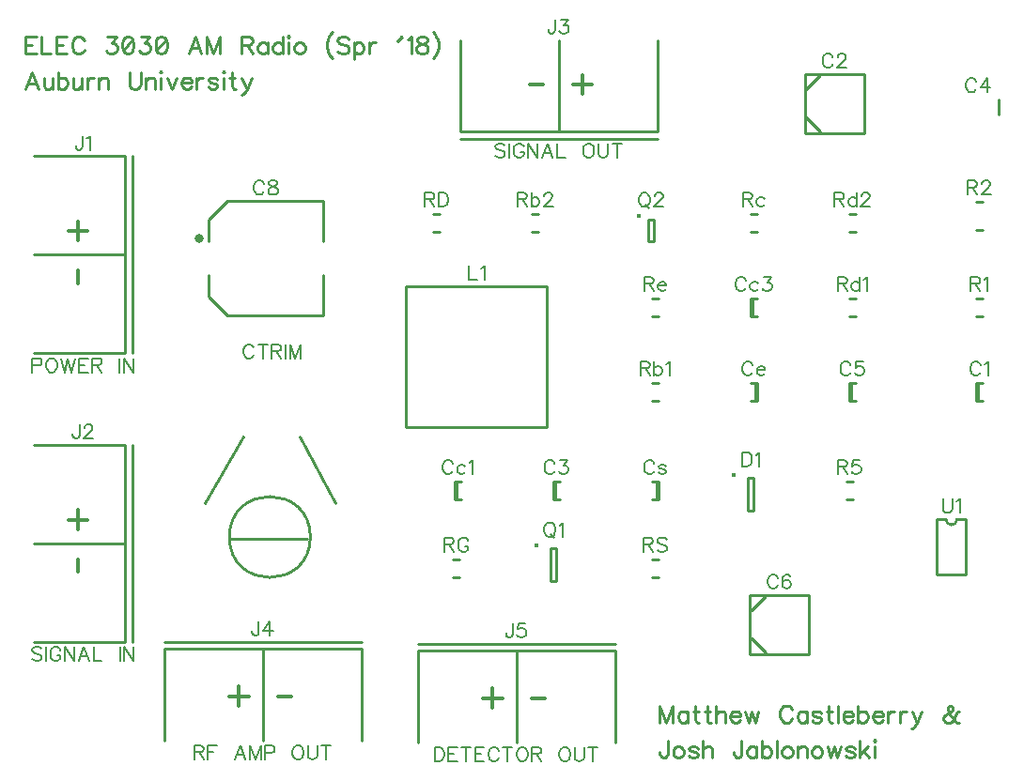
<source format=gbr>
G04 DipTrace 3.2.0.1*
G04 TopSilk.gbr*
%MOIN*%
G04 #@! TF.FileFunction,Legend,Top*
G04 #@! TF.Part,Single*
%ADD10C,0.009843*%
%ADD17C,0.031465*%
%ADD21C,0.015412*%
%ADD25C,0.015418*%
%ADD54C,0.00772*%
%ADD55C,0.009264*%
%ADD56C,0.012351*%
%FSLAX26Y26*%
G04*
G70*
G90*
G75*
G01*
G04 TopSilk*
%LPD*%
X3450787Y1368535D2*
D10*
Y1431465D1*
X3443339Y1368535D2*
Y1431465D1*
Y1368535D2*
X3466898D1*
X3443339Y1431465D2*
X3466898D1*
X3046071Y2320669D2*
X2837394D1*
Y2529331D1*
X3046071D1*
Y2320669D1*
X2891740Y2325009D2*
X2841720Y2375005D1*
X2891740Y2524991D2*
X2841720Y2474995D1*
X1950787Y1018535D2*
Y1081465D1*
X1943339Y1018535D2*
Y1081465D1*
Y1018535D2*
X1966898D1*
X1943339Y1081465D2*
X1966898D1*
X3522610Y2438071D2*
Y2386929D1*
X3000787Y1368535D2*
Y1431465D1*
X2993339Y1368535D2*
Y1431465D1*
Y1368535D2*
X3016898D1*
X2993339Y1431465D2*
X3016898D1*
X2850598Y470669D2*
X2641921D1*
Y679331D1*
X2850598D1*
Y470669D1*
X2696268Y475009D2*
X2646248Y525005D1*
X2696268Y674991D2*
X2646248Y624995D1*
X1126781Y2078150D2*
Y1934436D1*
Y2078150D2*
X786199D1*
X1126781Y1816351D2*
Y1672638D1*
X786199D1*
X721250Y2013187D2*
Y1934436D1*
Y1816351D2*
Y1737601D1*
Y2013187D2*
X786199Y2078150D1*
X721250Y1737601D2*
X786199Y1672638D1*
D17*
X687819Y1946257D3*
X1600787Y1018535D2*
D10*
Y1081465D1*
X1593339Y1018535D2*
Y1081465D1*
Y1018535D2*
X1616898D1*
X1593339Y1081465D2*
X1616898D1*
X2650787Y1668535D2*
Y1731465D1*
X2643339Y1668535D2*
Y1731465D1*
Y1668535D2*
X2666898D1*
X2643339Y1731465D2*
X2666898D1*
X2659449Y1431465D2*
Y1368535D1*
X2666898Y1431465D2*
Y1368535D1*
Y1431465D2*
X2643339D1*
X2666898Y1368535D2*
X2643339D1*
X2309449Y1081465D2*
Y1018535D1*
X2316898Y1081465D2*
Y1018535D1*
Y1081465D2*
X2293339D1*
X2316898Y1018535D2*
X2293339D1*
X794523Y885588D2*
G02X794523Y885588I143743J0D01*
G01*
Y879363D2*
X1069488D1*
X706958Y1004297D2*
X844524Y1241867D1*
X1044529D2*
X1169491Y1004297D1*
D21*
X2585289Y1105849D3*
X2635428Y1096648D2*
D10*
Y978543D1*
X2655123D1*
Y1096648D1*
X2635428D1*
X100000Y2237500D2*
X425010D1*
Y1537500D1*
X450000Y2237500D2*
Y1537500D1*
X425010D2*
X100000D1*
X425010Y1887500D2*
X100000D1*
Y1212500D2*
X425010D1*
Y512500D1*
X450000Y1212500D2*
Y512500D1*
X425010D2*
X100000D1*
X425010Y862500D2*
X100000D1*
X2312500Y2650000D2*
Y2324990D1*
X1612500D1*
X2312500Y2300000D2*
X1612500D1*
Y2324990D2*
Y2650000D1*
X1962500Y2324990D2*
Y2650000D1*
X562500Y162500D2*
Y487510D1*
X1262500D1*
X562500Y512500D2*
X1262500D1*
Y487510D2*
Y162500D1*
X912500Y487510D2*
Y162500D1*
X1462500Y156251D2*
Y481261D1*
X2162500D1*
X1462500Y506251D2*
X2162500D1*
Y481261D2*
Y156251D1*
X1812500Y481261D2*
Y156251D1*
X1421835Y1775000D2*
X1921866D1*
Y1275000D1*
X1421835D1*
Y1775000D1*
D21*
X1885289Y855849D3*
X1935428Y846648D2*
D10*
Y728543D1*
X1955123D1*
Y846648D1*
X1935428D1*
D25*
X2247102Y2026906D3*
X2281504Y2013782D2*
D10*
Y1935035D1*
X2301173D1*
Y2013782D1*
X2281504D1*
X3443339Y1668535D2*
X3466898D1*
X3443339Y1731465D2*
X3466898D1*
X3443339Y2074217D2*
X3466898D1*
X3443339Y1975783D2*
X3466898D1*
X3006661Y1081465D2*
X2983102D1*
X3006661Y1018535D2*
X2983102D1*
X2293339Y1368535D2*
X2316898D1*
X2293339Y1431465D2*
X2316898D1*
X1868339Y1968535D2*
X1891898D1*
X1868339Y2031465D2*
X1891898D1*
X2643339Y1968535D2*
X2666898D1*
X2643339Y2031465D2*
X2666898D1*
X1518339Y1968535D2*
X1541898D1*
X1518339Y2031465D2*
X1541898D1*
X2993339Y1668535D2*
X3016898D1*
X2993339Y1731465D2*
X3016898D1*
X2993339Y1968535D2*
X3016898D1*
X2993339Y2031465D2*
X3016898D1*
X2293339Y1668535D2*
X2316898D1*
X2293339Y1731465D2*
X2316898D1*
X1588220Y743535D2*
X1611780D1*
X1588220Y806465D2*
X1611780D1*
X2293339Y743535D2*
X2316898D1*
X2293339Y806465D2*
X2316898D1*
X3305111Y948427D2*
Y751573D1*
X3407487Y948427D2*
Y751573D1*
X3305111D2*
X3407487D1*
X3336605Y948427D2*
X3305111D1*
X3375994D2*
X3407487D1*
X3336605D2*
G03X3375994Y948427I19694J9D01*
G01*
X3459337Y1496718D2*
D54*
X3456960Y1501471D1*
X3452152Y1506280D1*
X3447398Y1508656D1*
X3437837D1*
X3433028Y1506280D1*
X3428275Y1501471D1*
X3425843Y1496718D1*
X3423467Y1489533D1*
Y1477539D1*
X3425843Y1470410D1*
X3428275Y1465601D1*
X3433028Y1460848D1*
X3437837Y1458416D1*
X3447398D1*
X3452152Y1460848D1*
X3456960Y1465601D1*
X3459337Y1470410D1*
X3474776Y1499039D2*
X3479584Y1501471D1*
X3486769Y1508601D1*
Y1458416D1*
X2935201Y2590616D2*
X2932824Y2595369D1*
X2928016Y2600177D1*
X2923263Y2602554D1*
X2913701D1*
X2908893Y2600177D1*
X2904139Y2595369D1*
X2901708Y2590616D1*
X2899331Y2583431D1*
Y2571437D1*
X2901708Y2564307D1*
X2904139Y2559499D1*
X2908893Y2554746D1*
X2913701Y2552314D1*
X2923263D1*
X2928016Y2554746D1*
X2932824Y2559499D1*
X2935201Y2564307D1*
X2953072Y2590560D2*
Y2592937D1*
X2955449Y2597745D1*
X2957825Y2600122D1*
X2962634Y2602499D1*
X2972195D1*
X2976948Y2600122D1*
X2979325Y2597745D1*
X2981757Y2592937D1*
Y2588184D1*
X2979325Y2583375D1*
X2974572Y2576245D1*
X2950640Y2552314D1*
X2984134D1*
X1948587Y1146718D2*
X1946210Y1151471D1*
X1941402Y1156280D1*
X1936649Y1158656D1*
X1927087D1*
X1922278Y1156280D1*
X1917525Y1151471D1*
X1915093Y1146718D1*
X1912717Y1139533D1*
Y1127539D1*
X1915093Y1120410D1*
X1917525Y1115601D1*
X1922278Y1110848D1*
X1927087Y1108416D1*
X1936649D1*
X1941402Y1110848D1*
X1946210Y1115601D1*
X1948587Y1120410D1*
X1968834Y1158601D2*
X1995088D1*
X1980773Y1139478D1*
X1987958D1*
X1992711Y1137101D1*
X1995088Y1134724D1*
X1997519Y1127539D1*
Y1122786D1*
X1995088Y1115601D1*
X1990334Y1110793D1*
X1983149Y1108416D1*
X1975964D1*
X1968834Y1110793D1*
X1966458Y1113225D1*
X1964026Y1117978D1*
X3444014Y2503312D2*
X3441637Y2508066D1*
X3436829Y2512874D1*
X3432076Y2515251D1*
X3422514D1*
X3417706Y2512874D1*
X3412952Y2508066D1*
X3410521Y2503312D1*
X3408144Y2496127D1*
Y2484134D1*
X3410521Y2477004D1*
X3412952Y2472196D1*
X3417706Y2467442D1*
X3422514Y2465011D1*
X3432076D1*
X3436829Y2467442D1*
X3441637Y2472196D1*
X3444014Y2477004D1*
X3483385Y2465011D2*
Y2515195D1*
X3459453Y2481757D1*
X3495323D1*
X2998587Y1496718D2*
X2996210Y1501471D1*
X2991402Y1506280D1*
X2986649Y1508656D1*
X2977087D1*
X2972278Y1506280D1*
X2967525Y1501471D1*
X2965093Y1496718D1*
X2962717Y1489533D1*
Y1477539D1*
X2965093Y1470410D1*
X2967525Y1465601D1*
X2972278Y1460848D1*
X2977087Y1458416D1*
X2986649D1*
X2991402Y1460848D1*
X2996210Y1465601D1*
X2998587Y1470410D1*
X3042711Y1508601D2*
X3018834D1*
X3016458Y1487101D1*
X3018834Y1489478D1*
X3026020Y1491909D1*
X3033149D1*
X3040334Y1489478D1*
X3045143Y1484724D1*
X3047519Y1477539D1*
Y1472786D1*
X3045143Y1465601D1*
X3040334Y1460793D1*
X3033149Y1458416D1*
X3026020D1*
X3018834Y1460793D1*
X3016458Y1463225D1*
X3014026Y1467978D1*
X2740944Y740616D2*
X2738568Y745369D1*
X2733759Y750177D1*
X2729006Y752554D1*
X2719445D1*
X2714636Y750177D1*
X2709883Y745369D1*
X2707451Y740616D1*
X2705075Y733431D1*
Y721437D1*
X2707451Y714307D1*
X2709883Y709499D1*
X2714636Y704746D1*
X2719445Y702314D1*
X2729006D1*
X2733759Y704746D1*
X2738568Y709499D1*
X2740944Y714307D1*
X2785069Y745369D2*
X2782692Y750122D1*
X2775507Y752499D1*
X2770754D1*
X2763569Y750122D1*
X2758760Y742937D1*
X2756384Y730999D1*
Y719060D1*
X2758760Y709499D1*
X2763569Y704690D1*
X2770754Y702314D1*
X2773130D1*
X2780260Y704690D1*
X2785069Y709499D1*
X2787445Y716684D1*
Y719060D1*
X2785069Y726245D1*
X2780260Y730999D1*
X2773130Y733375D1*
X2770754D1*
X2763569Y730999D1*
X2758760Y726245D1*
X2756384Y719060D1*
X917512Y2139434D2*
X915135Y2144188D1*
X910327Y2148996D1*
X905574Y2151373D1*
X896012D1*
X891204Y2148996D1*
X886451Y2144188D1*
X884019Y2139434D1*
X881642Y2132249D1*
Y2120256D1*
X884019Y2113126D1*
X886451Y2108318D1*
X891204Y2103565D1*
X896012Y2101133D1*
X905574D1*
X910327Y2103565D1*
X915135Y2108318D1*
X917512Y2113126D1*
X944890Y2151317D2*
X937760Y2148941D1*
X935328Y2144188D1*
Y2139379D1*
X937760Y2134626D1*
X942513Y2132194D1*
X952075Y2129818D1*
X959260Y2127441D1*
X964013Y2122633D1*
X966389Y2117879D1*
Y2110694D1*
X964013Y2105941D1*
X961636Y2103509D1*
X954451Y2101133D1*
X944890D1*
X937760Y2103509D1*
X935328Y2105941D1*
X932951Y2110694D1*
Y2117879D1*
X935328Y2122633D1*
X940136Y2127441D1*
X947266Y2129818D1*
X956828Y2132194D1*
X961636Y2134626D1*
X964013Y2139379D1*
Y2144188D1*
X961636Y2148941D1*
X954451Y2151317D1*
X944890D1*
X1587247Y1146718D2*
X1584870Y1151471D1*
X1580062Y1156280D1*
X1575309Y1158656D1*
X1565747D1*
X1560939Y1156280D1*
X1556186Y1151471D1*
X1553754Y1146718D1*
X1551377Y1139533D1*
Y1127539D1*
X1553754Y1120410D1*
X1556186Y1115601D1*
X1560939Y1110848D1*
X1565747Y1108416D1*
X1575309D1*
X1580062Y1110848D1*
X1584870Y1115601D1*
X1587247Y1120410D1*
X1631426Y1134724D2*
X1626618Y1139533D1*
X1621810Y1141909D1*
X1614680D1*
X1609871Y1139533D1*
X1605118Y1134724D1*
X1602686Y1127539D1*
Y1122786D1*
X1605118Y1115601D1*
X1609871Y1110848D1*
X1614680Y1108416D1*
X1621810D1*
X1626618Y1110848D1*
X1631426Y1115601D1*
X1646866Y1149039D2*
X1651674Y1151471D1*
X1658859Y1158601D1*
Y1108416D1*
X2626497Y1796718D2*
X2624120Y1801471D1*
X2619312Y1806280D1*
X2614559Y1808656D1*
X2604997D1*
X2600189Y1806280D1*
X2595436Y1801471D1*
X2593004Y1796718D1*
X2590627Y1789533D1*
Y1777539D1*
X2593004Y1770410D1*
X2595436Y1765601D1*
X2600189Y1760848D1*
X2604997Y1758416D1*
X2614559D1*
X2619312Y1760848D1*
X2624120Y1765601D1*
X2626497Y1770410D1*
X2670676Y1784724D2*
X2665868Y1789533D1*
X2661060Y1791909D1*
X2653930D1*
X2649121Y1789533D1*
X2644368Y1784724D1*
X2641936Y1777539D1*
Y1772786D1*
X2644368Y1765601D1*
X2649121Y1760848D1*
X2653930Y1758416D1*
X2661060D1*
X2665868Y1760848D1*
X2670676Y1765601D1*
X2690924Y1808601D2*
X2717177D1*
X2702862Y1789478D1*
X2710047D1*
X2714801Y1787101D1*
X2717177Y1784724D1*
X2719609Y1777539D1*
Y1772786D1*
X2717177Y1765601D1*
X2712424Y1760793D1*
X2705239Y1758416D1*
X2698054D1*
X2690924Y1760793D1*
X2688548Y1763225D1*
X2686116Y1767978D1*
X2650991Y1496718D2*
X2648614Y1501471D1*
X2643806Y1506280D1*
X2639053Y1508656D1*
X2629491D1*
X2624683Y1506280D1*
X2619930Y1501471D1*
X2617498Y1496718D1*
X2615121Y1489533D1*
Y1477539D1*
X2617498Y1470410D1*
X2619930Y1465601D1*
X2624683Y1460848D1*
X2629491Y1458416D1*
X2639053D1*
X2643806Y1460848D1*
X2648614Y1465601D1*
X2650991Y1470410D1*
X2666430Y1477539D2*
X2695115D1*
Y1482348D1*
X2692739Y1487156D1*
X2690362Y1489533D1*
X2685554Y1491909D1*
X2678368D1*
X2673615Y1489533D1*
X2668807Y1484724D1*
X2666430Y1477539D1*
Y1472786D1*
X2668807Y1465601D1*
X2673615Y1460848D1*
X2678368Y1458416D1*
X2685554D1*
X2690362Y1460848D1*
X2695115Y1465601D1*
X2302179Y1146718D2*
X2299803Y1151471D1*
X2294994Y1156280D1*
X2290241Y1158656D1*
X2280679D1*
X2275871Y1156280D1*
X2271118Y1151471D1*
X2268686Y1146718D1*
X2266309Y1139533D1*
Y1127539D1*
X2268686Y1120410D1*
X2271118Y1115601D1*
X2275871Y1110848D1*
X2280679Y1108416D1*
X2290241D1*
X2294994Y1110848D1*
X2299803Y1115601D1*
X2302179Y1120410D1*
X2343927Y1134724D2*
X2341550Y1139533D1*
X2334365Y1141909D1*
X2327180D1*
X2319995Y1139533D1*
X2317619Y1134724D1*
X2319995Y1129971D1*
X2324804Y1127539D1*
X2336742Y1125163D1*
X2341550Y1122786D1*
X2343927Y1117978D1*
Y1115601D1*
X2341550Y1110848D1*
X2334365Y1108416D1*
X2327180D1*
X2319995Y1110848D1*
X2317619Y1115601D1*
X880553Y1557546D2*
X878176Y1562299D1*
X873368Y1567107D1*
X868615Y1569484D1*
X859053D1*
X854244Y1567107D1*
X849491Y1562299D1*
X847059Y1557546D1*
X844683Y1550361D1*
Y1538367D1*
X847059Y1531237D1*
X849491Y1526429D1*
X854244Y1521676D1*
X859053Y1519244D1*
X868615D1*
X873368Y1521676D1*
X878176Y1526429D1*
X880553Y1531237D1*
X912739Y1569484D2*
Y1519244D1*
X895992Y1569484D2*
X929485D1*
X944925Y1545552D2*
X966424D1*
X973609Y1547984D1*
X976041Y1550361D1*
X978418Y1555114D1*
Y1559922D1*
X976041Y1564675D1*
X973609Y1567107D1*
X966424Y1569484D1*
X944925D1*
Y1519244D1*
X961671Y1545552D2*
X978418Y1519244D1*
X993857Y1569484D2*
Y1519244D1*
X1047543D2*
Y1569484D1*
X1028420Y1519244D1*
X1009296Y1569484D1*
Y1519244D1*
X2614813Y1186774D2*
Y1136534D1*
X2631559D1*
X2638744Y1138966D1*
X2643553Y1143719D1*
X2645929Y1148528D1*
X2648306Y1155658D1*
Y1167651D1*
X2645929Y1174836D1*
X2643553Y1179589D1*
X2638744Y1184398D1*
X2631559Y1186774D1*
X2614813D1*
X2663745Y1177157D2*
X2668554Y1179589D1*
X2675739Y1186719D1*
Y1136534D1*
X273249Y2310723D2*
Y2272477D1*
X270873Y2265292D1*
X268441Y2262915D1*
X263688Y2260483D1*
X258879D1*
X254126Y2262915D1*
X251750Y2265292D1*
X249318Y2272477D1*
Y2277230D1*
X288689Y2301106D2*
X293497Y2303538D1*
X300682Y2310668D1*
Y2260483D1*
X95556Y1494233D2*
X117111D1*
X124241Y1496610D1*
X126673Y1499041D1*
X129049Y1503795D1*
Y1510980D1*
X126673Y1515733D1*
X124241Y1518165D1*
X117111Y1520541D1*
X95556D1*
Y1470301D1*
X158859Y1520541D2*
X154050Y1518165D1*
X149297Y1513356D1*
X146865Y1508603D1*
X144489Y1501418D1*
Y1489425D1*
X146865Y1482295D1*
X149297Y1477486D1*
X154050Y1472733D1*
X158859Y1470301D1*
X168420D1*
X173174Y1472733D1*
X177982Y1477486D1*
X180359Y1482295D1*
X182735Y1489425D1*
Y1501418D1*
X180359Y1508603D1*
X177982Y1513356D1*
X173174Y1518165D1*
X168420Y1520541D1*
X158859D1*
X198174D2*
X210168Y1470301D1*
X222106Y1520541D1*
X234044Y1470301D1*
X246038Y1520541D1*
X292539D2*
X261477D1*
Y1470301D1*
X292539D1*
X261477Y1496610D2*
X280600D1*
X307978D2*
X329478D1*
X336663Y1499041D1*
X339095Y1501418D1*
X341471Y1506171D1*
Y1510980D1*
X339095Y1515733D1*
X336663Y1518165D1*
X329478Y1520541D1*
X307978D1*
Y1470301D1*
X324724Y1496610D2*
X341471Y1470301D1*
X405511Y1520541D2*
Y1470301D1*
X454444Y1520541D2*
Y1470301D1*
X420951Y1520541D1*
Y1470301D1*
X262500Y1285723D2*
Y1247477D1*
X260123Y1240292D1*
X257691Y1237915D1*
X252938Y1235483D1*
X248129D1*
X243376Y1237915D1*
X241000Y1240292D1*
X238568Y1247477D1*
Y1252230D1*
X280371Y1273730D2*
Y1276106D1*
X282747Y1280915D1*
X285124Y1283291D1*
X289932Y1285668D1*
X299494D1*
X304247Y1283291D1*
X306624Y1280915D1*
X309056Y1276106D1*
Y1271353D1*
X306624Y1266545D1*
X301871Y1259415D1*
X277939Y1235483D1*
X311432D1*
X128487Y488356D2*
X123734Y493165D1*
X116549Y495541D1*
X106987D1*
X99802Y493165D1*
X94994Y488356D1*
Y483603D1*
X97426Y478795D1*
X99802Y476418D1*
X104555Y474041D1*
X118926Y469233D1*
X123734Y466856D1*
X126111Y464425D1*
X128487Y459671D1*
Y452486D1*
X123734Y447733D1*
X116549Y445301D1*
X106987D1*
X99802Y447733D1*
X94994Y452486D1*
X143926Y495541D2*
Y445301D1*
X195236Y483603D2*
X192859Y488356D1*
X188051Y493165D1*
X183297Y495541D1*
X173736D1*
X168927Y493165D1*
X164174Y488356D1*
X161742Y483603D1*
X159366Y476418D1*
Y464425D1*
X161742Y457295D1*
X164174Y452486D1*
X168927Y447733D1*
X173736Y445301D1*
X183297D1*
X188051Y447733D1*
X192859Y452486D1*
X195236Y457295D1*
Y464425D1*
X183297D1*
X244168Y495541D2*
Y445301D1*
X210675Y495541D1*
Y445301D1*
X297909D2*
X278731Y495541D1*
X259607Y445301D1*
X266792Y462048D2*
X290724D1*
X313348Y495541D2*
Y445301D1*
X342033D1*
X406074Y495541D2*
Y445301D1*
X455006Y495541D2*
Y445301D1*
X421513Y495541D1*
Y445301D1*
X1950000Y2723223D2*
Y2684977D1*
X1947623Y2677792D1*
X1945191Y2675415D1*
X1940438Y2672983D1*
X1935629D1*
X1930876Y2675415D1*
X1928500Y2677792D1*
X1926068Y2684977D1*
Y2689730D1*
X1970247Y2723168D2*
X1996500D1*
X1982185Y2704045D1*
X1989371D1*
X1994124Y2701668D1*
X1996500Y2699291D1*
X1998932Y2692106D1*
Y2687353D1*
X1996500Y2680168D1*
X1991747Y2675360D1*
X1984562Y2672983D1*
X1977377D1*
X1970247Y2675360D1*
X1967871Y2677792D1*
X1965439Y2682545D1*
X1772398Y2275856D2*
X1767644Y2280665D1*
X1760459Y2283041D1*
X1750898D1*
X1743713Y2280665D1*
X1738904Y2275856D1*
Y2271103D1*
X1741336Y2266295D1*
X1743713Y2263918D1*
X1748466Y2261541D1*
X1762836Y2256733D1*
X1767644Y2254356D1*
X1770021Y2251925D1*
X1772398Y2247171D1*
Y2239986D1*
X1767644Y2235233D1*
X1760459Y2232801D1*
X1750898D1*
X1743713Y2235233D1*
X1738904Y2239986D1*
X1787837Y2283041D2*
Y2232801D1*
X1839146Y2271103D2*
X1836769Y2275856D1*
X1831961Y2280665D1*
X1827208Y2283041D1*
X1817646D1*
X1812838Y2280665D1*
X1808085Y2275856D1*
X1805653Y2271103D1*
X1803276Y2263918D1*
Y2251925D1*
X1805653Y2244795D1*
X1808085Y2239986D1*
X1812838Y2235233D1*
X1817646Y2232801D1*
X1827208D1*
X1831961Y2235233D1*
X1836769Y2239986D1*
X1839146Y2244795D1*
Y2251925D1*
X1827208D1*
X1888079Y2283041D2*
Y2232801D1*
X1854585Y2283041D1*
Y2232801D1*
X1941820D2*
X1922641Y2283041D1*
X1903518Y2232801D1*
X1910703Y2249548D2*
X1934635D1*
X1957259Y2283041D2*
Y2232801D1*
X1985944D1*
X2064354Y2283041D2*
X2059546Y2280665D1*
X2054792Y2275856D1*
X2052361Y2271103D1*
X2049984Y2263918D1*
Y2251925D1*
X2052361Y2244795D1*
X2054792Y2239986D1*
X2059546Y2235233D1*
X2064354Y2232801D1*
X2073916D1*
X2078669Y2235233D1*
X2083477Y2239986D1*
X2085854Y2244795D1*
X2088231Y2251925D1*
Y2263918D1*
X2085854Y2271103D1*
X2083477Y2275856D1*
X2078669Y2280665D1*
X2073916Y2283041D1*
X2064354D1*
X2103670D2*
Y2247171D1*
X2106046Y2239986D1*
X2110855Y2235233D1*
X2118040Y2232801D1*
X2122793D1*
X2129978Y2235233D1*
X2134787Y2239986D1*
X2137163Y2247171D1*
Y2283041D1*
X2169349D2*
Y2232801D1*
X2152602Y2283041D2*
X2186096D1*
X898811Y585723D2*
Y547477D1*
X896435Y540292D1*
X894003Y537915D1*
X889250Y535483D1*
X884441D1*
X879688Y537915D1*
X877311Y540292D1*
X874880Y547477D1*
Y552230D1*
X938182Y535483D2*
Y585668D1*
X914251Y552230D1*
X950120D1*
X669919Y121610D2*
X691419D1*
X698604Y124041D1*
X701036Y126418D1*
X703413Y131171D1*
Y135980D1*
X701036Y140733D1*
X698604Y143165D1*
X691419Y145541D1*
X669919D1*
Y95301D1*
X686666Y121610D2*
X703413Y95301D1*
X749969Y145541D2*
X718852D1*
Y95301D1*
Y121610D2*
X737975D1*
X852311Y95301D2*
X833132Y145541D1*
X814009Y95301D1*
X821194Y112048D2*
X845126D1*
X905996Y95301D2*
Y145541D1*
X886873Y95301D1*
X867750Y145541D1*
Y95301D1*
X921436Y119233D2*
X942991D1*
X950120Y121610D1*
X952552Y124041D1*
X954929Y128795D1*
Y135980D1*
X952552Y140733D1*
X950120Y143165D1*
X942991Y145541D1*
X921436D1*
Y95301D1*
X1033339Y145541D2*
X1028531Y143165D1*
X1023778Y138356D1*
X1021346Y133603D1*
X1018969Y126418D1*
Y114425D1*
X1021346Y107295D1*
X1023778Y102486D1*
X1028531Y97733D1*
X1033339Y95301D1*
X1042901D1*
X1047654Y97733D1*
X1052462Y102486D1*
X1054839Y107295D1*
X1057216Y114425D1*
Y126418D1*
X1054839Y133603D1*
X1052462Y138356D1*
X1047654Y143165D1*
X1042901Y145541D1*
X1033339D1*
X1072655D2*
Y109671D1*
X1075031Y102486D1*
X1079840Y97733D1*
X1087025Y95301D1*
X1091778D1*
X1098963Y97733D1*
X1103772Y102486D1*
X1106148Y109671D1*
Y145541D1*
X1138334D2*
Y95301D1*
X1121587Y145541D2*
X1155081D1*
X1800000Y579474D2*
Y541227D1*
X1797623Y534042D1*
X1795191Y531666D1*
X1790438Y529234D1*
X1785629D1*
X1780876Y531666D1*
X1778500Y534042D1*
X1776068Y541227D1*
Y545980D1*
X1844124Y579418D2*
X1820247D1*
X1817871Y557919D1*
X1820247Y560295D1*
X1827432Y562727D1*
X1834562D1*
X1841747Y560295D1*
X1846556Y555542D1*
X1848932Y548357D1*
Y543604D1*
X1846556Y536419D1*
X1841747Y531610D1*
X1834562Y529234D1*
X1827432D1*
X1820247Y531610D1*
X1817871Y534042D1*
X1815439Y538795D1*
X1523280Y139292D2*
Y89052D1*
X1540027D1*
X1547212Y91484D1*
X1552020Y96237D1*
X1554397Y101045D1*
X1556774Y108175D1*
Y120169D1*
X1554397Y127354D1*
X1552020Y132107D1*
X1547212Y136915D1*
X1540027Y139292D1*
X1523280D1*
X1603274D2*
X1572213D1*
Y89052D1*
X1603274D1*
X1572213Y115360D2*
X1591336D1*
X1635460Y139292D2*
Y89052D1*
X1618714Y139292D2*
X1652207D1*
X1698708D2*
X1667646D1*
Y89052D1*
X1698708D1*
X1667646Y115360D2*
X1686769D1*
X1750017Y127354D2*
X1747640Y132107D1*
X1742832Y136915D1*
X1738079Y139292D1*
X1728517D1*
X1723709Y136915D1*
X1718955Y132107D1*
X1716524Y127354D1*
X1714147Y120169D1*
Y108175D1*
X1716524Y101045D1*
X1718955Y96237D1*
X1723709Y91484D1*
X1728517Y89052D1*
X1738079D1*
X1742832Y91484D1*
X1747640Y96237D1*
X1750017Y101045D1*
X1782203Y139292D2*
Y89052D1*
X1765456Y139292D2*
X1798949D1*
X1828759D2*
X1823950Y136915D1*
X1819197Y132107D1*
X1816765Y127354D1*
X1814389Y120169D1*
Y108175D1*
X1816765Y101045D1*
X1819197Y96237D1*
X1823950Y91484D1*
X1828759Y89052D1*
X1838320D1*
X1843074Y91484D1*
X1847882Y96237D1*
X1850259Y101045D1*
X1852635Y108175D1*
Y120169D1*
X1850259Y127354D1*
X1847882Y132107D1*
X1843074Y136915D1*
X1838320Y139292D1*
X1828759D1*
X1868074Y115360D2*
X1889574D1*
X1896759Y117792D1*
X1899191Y120169D1*
X1901568Y124922D1*
Y129730D1*
X1899191Y134484D1*
X1896759Y136915D1*
X1889574Y139292D1*
X1868074D1*
Y89052D1*
X1884821Y115360D2*
X1901568Y89052D1*
X1979978Y139292D2*
X1975170Y136915D1*
X1970416Y132107D1*
X1967985Y127354D1*
X1965608Y120169D1*
Y108175D1*
X1967985Y101045D1*
X1970416Y96237D1*
X1975170Y91484D1*
X1979978Y89052D1*
X1989540D1*
X1994293Y91484D1*
X1999101Y96237D1*
X2001478Y101045D1*
X2003855Y108175D1*
Y120169D1*
X2001478Y127354D1*
X1999101Y132107D1*
X1994293Y136915D1*
X1989540Y139292D1*
X1979978D1*
X2019294D2*
Y103422D1*
X2021670Y96237D1*
X2026479Y91484D1*
X2033664Y89052D1*
X2038417D1*
X2045602Y91484D1*
X2050411Y96237D1*
X2052787Y103422D1*
Y139292D1*
X2084973D2*
Y89052D1*
X2068226Y139292D2*
X2101720D1*
X1643792Y1848223D2*
Y1797983D1*
X1672476D1*
X1687916Y1838606D2*
X1692724Y1841038D1*
X1699909Y1848168D1*
Y1797983D1*
X1926778Y936774D2*
X1922025Y934453D1*
X1917217Y929644D1*
X1914840Y924836D1*
X1912408Y917651D1*
Y905713D1*
X1914840Y898528D1*
X1917217Y893775D1*
X1922025Y888966D1*
X1926778Y886590D1*
X1936340D1*
X1941148Y888966D1*
X1945902Y893775D1*
X1948278Y898528D1*
X1950710Y905713D1*
Y917651D1*
X1948278Y924836D1*
X1945902Y929644D1*
X1941148Y934453D1*
X1936340Y936774D1*
X1926778D1*
X1933963Y896151D2*
X1948278Y881781D1*
X1966149Y927157D2*
X1970958Y929589D1*
X1978143Y936719D1*
Y886534D1*
X2262091Y2107837D2*
X2257338Y2105515D1*
X2252530Y2100707D1*
X2250153Y2095898D1*
X2247721Y2088713D1*
Y2076775D1*
X2250153Y2069590D1*
X2252530Y2064837D1*
X2257338Y2060028D1*
X2262091Y2057652D1*
X2271653D1*
X2276462Y2060028D1*
X2281215Y2064837D1*
X2283591Y2069590D1*
X2286023Y2076775D1*
Y2088713D1*
X2283591Y2095898D1*
X2281215Y2100707D1*
X2276462Y2105515D1*
X2271653Y2107837D1*
X2262091D1*
X2269277Y2067213D2*
X2283591Y2052843D1*
X2303894Y2095843D2*
Y2098220D1*
X2306271Y2103028D1*
X2308647Y2105405D1*
X2313456Y2107781D1*
X2323018D1*
X2327771Y2105405D1*
X2330147Y2103028D1*
X2332579Y2098220D1*
Y2093467D1*
X2330147Y2088658D1*
X2325394Y2081528D1*
X2301462Y2057597D1*
X2334956D1*
X3424655Y1784724D2*
X3446155D1*
X3453340Y1787156D1*
X3455772Y1789533D1*
X3458148Y1794286D1*
Y1799095D1*
X3455772Y1803848D1*
X3453340Y1806280D1*
X3446155Y1808656D1*
X3424655D1*
Y1758416D1*
X3441402Y1784724D2*
X3458148Y1758416D1*
X3473588Y1799039D2*
X3478396Y1801471D1*
X3485581Y1808601D1*
Y1758416D1*
X3413905Y2127441D2*
X3435405D1*
X3442590Y2129873D1*
X3445022Y2132249D1*
X3447398Y2137003D1*
Y2141811D1*
X3445022Y2146564D1*
X3442590Y2148996D1*
X3435405Y2151373D1*
X3413905D1*
Y2101133D1*
X3430652Y2127441D2*
X3447398Y2101133D1*
X3465270Y2139379D2*
Y2141756D1*
X3467646Y2146564D1*
X3470023Y2148941D1*
X3474831Y2151317D1*
X3484393D1*
X3489146Y2148941D1*
X3491523Y2146564D1*
X3493954Y2141756D1*
Y2137003D1*
X3491523Y2132194D1*
X3486769Y2125064D1*
X3462838Y2101133D1*
X3496331D1*
X2953669Y1134724D2*
X2975169D1*
X2982354Y1137156D1*
X2984786Y1139533D1*
X2987162Y1144286D1*
Y1149095D1*
X2984786Y1153848D1*
X2982354Y1156280D1*
X2975169Y1158656D1*
X2953669D1*
Y1108416D1*
X2970416Y1134724D2*
X2987162Y1108416D1*
X3031286Y1158601D2*
X3007410D1*
X3005033Y1137101D1*
X3007410Y1139478D1*
X3014595Y1141909D1*
X3021725D1*
X3028910Y1139478D1*
X3033718Y1134724D1*
X3036095Y1127539D1*
Y1122786D1*
X3033718Y1115601D1*
X3028910Y1110793D1*
X3021725Y1108416D1*
X3014595D1*
X3007410Y1110793D1*
X3005033Y1113225D1*
X3002602Y1117978D1*
X2252593Y1484724D2*
X2274093D1*
X2281278Y1487156D1*
X2283710Y1489533D1*
X2286086Y1494286D1*
Y1499095D1*
X2283710Y1503848D1*
X2281278Y1506280D1*
X2274093Y1508656D1*
X2252593D1*
Y1458416D1*
X2269340Y1484724D2*
X2286086Y1458416D1*
X2301526Y1508656D2*
Y1458416D1*
Y1484724D2*
X2306334Y1489533D1*
X2311087Y1491909D1*
X2318272D1*
X2323025Y1489533D1*
X2327834Y1484724D1*
X2330210Y1477539D1*
Y1472786D1*
X2327834Y1465601D1*
X2323025Y1460848D1*
X2318272Y1458416D1*
X2311087D1*
X2306334Y1460848D1*
X2301526Y1465601D1*
X2345650Y1499039D2*
X2350458Y1501471D1*
X2357643Y1508601D1*
Y1458416D1*
X1816843Y2084724D2*
X1838343D1*
X1845528Y2087156D1*
X1847960Y2089533D1*
X1850336Y2094286D1*
Y2099095D1*
X1847960Y2103848D1*
X1845528Y2106280D1*
X1838343Y2108656D1*
X1816843D1*
Y2058416D1*
X1833590Y2084724D2*
X1850336Y2058416D1*
X1865776Y2108656D2*
Y2058416D1*
Y2084724D2*
X1870584Y2089533D1*
X1875337Y2091909D1*
X1882522D1*
X1887276Y2089533D1*
X1892084Y2084724D1*
X1894461Y2077539D1*
Y2072786D1*
X1892084Y2065601D1*
X1887276Y2060848D1*
X1882522Y2058416D1*
X1875337D1*
X1870584Y2060848D1*
X1865776Y2065601D1*
X1912332Y2096663D2*
Y2099039D1*
X1914708Y2103848D1*
X1917085Y2106224D1*
X1921893Y2108601D1*
X1931455D1*
X1936208Y2106224D1*
X1938585Y2103848D1*
X1941017Y2099039D1*
Y2094286D1*
X1938585Y2089478D1*
X1933832Y2082348D1*
X1909900Y2058416D1*
X1943393D1*
X2616282Y2084724D2*
X2637782D1*
X2644967Y2087156D1*
X2647398Y2089533D1*
X2649775Y2094286D1*
Y2099095D1*
X2647398Y2103848D1*
X2644967Y2106280D1*
X2637782Y2108656D1*
X2616282D1*
Y2058416D1*
X2633028Y2084724D2*
X2649775Y2058416D1*
X2693954Y2084724D2*
X2689146Y2089533D1*
X2684338Y2091909D1*
X2677208D1*
X2672399Y2089533D1*
X2667646Y2084724D1*
X2665214Y2077539D1*
Y2072786D1*
X2667646Y2065601D1*
X2672399Y2060848D1*
X2677208Y2058416D1*
X2684338D1*
X2689146Y2060848D1*
X2693954Y2065601D1*
X1488905Y2084724D2*
X1510405D1*
X1517590Y2087156D1*
X1520022Y2089533D1*
X1522398Y2094286D1*
Y2099095D1*
X1520022Y2103848D1*
X1517590Y2106280D1*
X1510405Y2108656D1*
X1488905D1*
Y2058416D1*
X1505652Y2084724D2*
X1522398Y2058416D1*
X1537838Y2108656D2*
Y2058416D1*
X1554584D1*
X1561769Y2060848D1*
X1566578Y2065601D1*
X1568954Y2070410D1*
X1571331Y2077539D1*
Y2089533D1*
X1568954Y2096718D1*
X1566578Y2101471D1*
X1561769Y2106280D1*
X1554584Y2108656D1*
X1537838D1*
X2952593Y1784724D2*
X2974093D1*
X2981278Y1787156D1*
X2983710Y1789533D1*
X2986086Y1794286D1*
Y1799095D1*
X2983710Y1803848D1*
X2981278Y1806280D1*
X2974093Y1808656D1*
X2952593D1*
Y1758416D1*
X2969340Y1784724D2*
X2986086Y1758416D1*
X3030210Y1808656D2*
Y1758416D1*
Y1784724D2*
X3025457Y1789533D1*
X3020649Y1791909D1*
X3013464D1*
X3008711Y1789533D1*
X3003902Y1784724D1*
X3001526Y1777539D1*
Y1772786D1*
X3003902Y1765601D1*
X3008711Y1760848D1*
X3013464Y1758416D1*
X3020649D1*
X3025457Y1760848D1*
X3030210Y1765601D1*
X3045650Y1799039D2*
X3050458Y1801471D1*
X3057643Y1808601D1*
Y1758416D1*
X2941843Y2084724D2*
X2963343D1*
X2970528Y2087156D1*
X2972960Y2089533D1*
X2975336Y2094286D1*
Y2099095D1*
X2972960Y2103848D1*
X2970528Y2106280D1*
X2963343Y2108656D1*
X2941843D1*
Y2058416D1*
X2958590Y2084724D2*
X2975336Y2058416D1*
X3019461Y2108656D2*
Y2058416D1*
Y2084724D2*
X3014707Y2089533D1*
X3009899Y2091909D1*
X3002714D1*
X2997961Y2089533D1*
X2993152Y2084724D1*
X2990776Y2077539D1*
Y2072786D1*
X2993152Y2065601D1*
X2997961Y2060848D1*
X3002714Y2058416D1*
X3009899D1*
X3014707Y2060848D1*
X3019461Y2065601D1*
X3037332Y2096663D2*
Y2099039D1*
X3039708Y2103848D1*
X3042085Y2106224D1*
X3046893Y2108601D1*
X3056455D1*
X3061208Y2106224D1*
X3063585Y2103848D1*
X3066017Y2099039D1*
Y2094286D1*
X3063585Y2089478D1*
X3058832Y2082348D1*
X3034900Y2058416D1*
X3068393D1*
X2266309Y1784724D2*
X2287809D1*
X2294994Y1787156D1*
X2297426Y1789533D1*
X2299803Y1794286D1*
Y1799095D1*
X2297426Y1803848D1*
X2294994Y1806280D1*
X2287809Y1808656D1*
X2266309D1*
Y1758416D1*
X2283056Y1784724D2*
X2299803Y1758416D1*
X2315242Y1777539D2*
X2343927D1*
Y1782348D1*
X2341550Y1787156D1*
X2339174Y1789533D1*
X2334365Y1791909D1*
X2327180D1*
X2322427Y1789533D1*
X2317619Y1784724D1*
X2315242Y1777539D1*
Y1772786D1*
X2317619Y1765601D1*
X2322427Y1760848D1*
X2327180Y1758416D1*
X2334365D1*
X2339174Y1760848D1*
X2343927Y1765601D1*
X1557599Y859724D2*
X1579099D1*
X1586284Y862156D1*
X1588715Y864533D1*
X1591092Y869286D1*
Y874095D1*
X1588715Y878848D1*
X1586284Y881280D1*
X1579099Y883656D1*
X1557599D1*
Y833416D1*
X1574345Y859724D2*
X1591092Y833416D1*
X1642401Y871718D2*
X1640025Y876471D1*
X1635216Y881280D1*
X1630463Y883656D1*
X1620901D1*
X1616093Y881280D1*
X1611340Y876471D1*
X1608908Y871718D1*
X1606531Y864533D1*
Y852539D1*
X1608908Y845410D1*
X1611340Y840601D1*
X1616093Y835848D1*
X1620901Y833416D1*
X1630463D1*
X1635216Y835848D1*
X1640025Y840601D1*
X1642401Y845410D1*
Y852539D1*
X1630463D1*
X2263905Y859724D2*
X2285405D1*
X2292590Y862156D1*
X2295022Y864533D1*
X2297398Y869286D1*
Y874095D1*
X2295022Y878848D1*
X2292590Y881280D1*
X2285405Y883656D1*
X2263905D1*
Y833416D1*
X2280652Y859724D2*
X2297398Y833416D1*
X2346331Y876471D2*
X2341578Y881280D1*
X2334393Y883656D1*
X2324831D1*
X2317646Y881280D1*
X2312838Y876471D1*
Y871718D1*
X2315270Y866909D1*
X2317646Y864533D1*
X2322399Y862156D1*
X2336769Y857348D1*
X2341578Y854971D1*
X2343954Y852539D1*
X2346331Y847786D1*
Y840601D1*
X2341578Y835848D1*
X2334393Y833416D1*
X2324831D1*
X2317646Y835848D1*
X2312838Y840601D1*
X3325836Y1021650D2*
Y985780D1*
X3328213Y978595D1*
X3333021Y973842D1*
X3340206Y971410D1*
X3344959D1*
X3352144Y973842D1*
X3356953Y978595D1*
X3359330Y985780D1*
Y1021650D1*
X3374769Y1012033D2*
X3379577Y1014465D1*
X3386762Y1021595D1*
Y971410D1*
X109186Y2662369D2*
D55*
X71913D1*
Y2602081D1*
X109186D1*
X71913Y2633651D2*
X94861D1*
X127713Y2662369D2*
Y2602081D1*
X162135D1*
X217936Y2662369D2*
X180662D1*
Y2602081D1*
X217936D1*
X180662Y2633651D2*
X203610D1*
X279507Y2648043D2*
X276655Y2653747D1*
X270885Y2659517D1*
X265181Y2662369D1*
X253707D1*
X247937Y2659517D1*
X242233Y2653747D1*
X239315Y2648043D1*
X236463Y2639421D1*
Y2625029D1*
X239315Y2616473D1*
X242233Y2610703D1*
X247937Y2604999D1*
X253707Y2602081D1*
X265181D1*
X270885Y2604999D1*
X276655Y2610703D1*
X279507Y2616473D1*
X362126Y2662302D2*
X393629D1*
X376451Y2639354D1*
X385074D1*
X390777Y2636503D1*
X393629Y2633651D1*
X396547Y2625029D1*
Y2619325D1*
X393629Y2610703D1*
X387925Y2604933D1*
X379303Y2602081D1*
X370681D1*
X362126Y2604933D1*
X359274Y2607851D1*
X356355Y2613555D1*
X432319Y2662302D2*
X423697Y2659450D1*
X417926Y2650828D1*
X415075Y2636503D1*
Y2627881D1*
X417926Y2613555D1*
X423697Y2604933D1*
X432319Y2602081D1*
X438022D1*
X446645Y2604933D1*
X452348Y2613555D1*
X455267Y2627881D1*
Y2636503D1*
X452348Y2650828D1*
X446645Y2659450D1*
X438022Y2662302D1*
X432319D1*
X452348Y2650828D2*
X417926Y2613555D1*
X479564Y2662302D2*
X511067D1*
X493890Y2639354D1*
X502512D1*
X508216Y2636503D1*
X511067Y2633651D1*
X513986Y2625029D1*
Y2619325D1*
X511067Y2610703D1*
X505364Y2604933D1*
X496742Y2602081D1*
X488120D1*
X479564Y2604933D1*
X476712Y2607851D1*
X473794Y2613555D1*
X549757Y2662302D2*
X541135Y2659450D1*
X535365Y2650828D1*
X532513Y2636503D1*
Y2627881D1*
X535365Y2613555D1*
X541135Y2604933D1*
X549757Y2602081D1*
X555461D1*
X564083Y2604933D1*
X569787Y2613555D1*
X572705Y2627881D1*
Y2636503D1*
X569787Y2650828D1*
X564083Y2659450D1*
X555461Y2662302D1*
X549757D1*
X569787Y2650828D2*
X535365Y2613555D1*
X695515Y2602081D2*
X672501Y2662369D1*
X649553Y2602081D1*
X658175Y2622177D2*
X686893D1*
X759938Y2602081D2*
Y2662369D1*
X736990Y2602081D1*
X714042Y2662369D1*
Y2602081D1*
X836786Y2633651D2*
X862586D1*
X871208Y2636569D1*
X874126Y2639421D1*
X876978Y2645125D1*
Y2650895D1*
X874126Y2656599D1*
X871208Y2659517D1*
X862586Y2662369D1*
X836786D1*
Y2602081D1*
X856882Y2633651D2*
X876978Y2602081D1*
X929927Y2642273D2*
Y2602081D1*
Y2633651D2*
X924224Y2639421D1*
X918453Y2642273D1*
X909898D1*
X904128Y2639421D1*
X898424Y2633651D1*
X895505Y2625029D1*
Y2619325D1*
X898424Y2610703D1*
X904128Y2604999D1*
X909898Y2602081D1*
X918453D1*
X924224Y2604999D1*
X929927Y2610703D1*
X982876Y2662369D2*
Y2602081D1*
Y2633651D2*
X977172Y2639421D1*
X971402Y2642273D1*
X962780D1*
X957076Y2639421D1*
X951306Y2633651D1*
X948454Y2625029D1*
Y2619325D1*
X951306Y2610703D1*
X957076Y2604999D1*
X962780Y2602081D1*
X971402D1*
X977172Y2604999D1*
X982876Y2610703D1*
X1001403Y2662369D2*
X1004255Y2659517D1*
X1007174Y2662369D1*
X1004255Y2665287D1*
X1001403Y2662369D1*
X1004255Y2642273D2*
Y2602081D1*
X1040026Y2642273D2*
X1034323Y2639421D1*
X1028553Y2633651D1*
X1025701Y2625029D1*
Y2619325D1*
X1028553Y2610703D1*
X1034323Y2604999D1*
X1040026Y2602081D1*
X1048649D1*
X1054419Y2604999D1*
X1060122Y2610703D1*
X1063041Y2619325D1*
Y2625029D1*
X1060122Y2633651D1*
X1054419Y2639421D1*
X1048649Y2642273D1*
X1040026D1*
X1159985Y2678087D2*
X1154215Y2672384D1*
X1148511Y2663762D1*
X1142741Y2652288D1*
X1139889Y2637895D1*
Y2626421D1*
X1142741Y2612096D1*
X1148511Y2600622D1*
X1154215Y2592000D1*
X1159985Y2586296D1*
X1218704Y2653747D2*
X1213000Y2659517D1*
X1204378Y2662369D1*
X1192904D1*
X1184282Y2659517D1*
X1178512Y2653747D1*
Y2648043D1*
X1181430Y2642273D1*
X1184282Y2639421D1*
X1189986Y2636569D1*
X1207230Y2630799D1*
X1213000Y2627947D1*
X1215852Y2625029D1*
X1218704Y2619325D1*
Y2610703D1*
X1213000Y2604999D1*
X1204378Y2602081D1*
X1192904D1*
X1184282Y2604999D1*
X1178512Y2610703D1*
X1237231Y2642273D2*
Y2581985D1*
Y2633651D2*
X1243001Y2639354D1*
X1248705Y2642273D1*
X1257327D1*
X1263097Y2639354D1*
X1268801Y2633651D1*
X1271719Y2625029D1*
Y2619258D1*
X1268801Y2610703D1*
X1263097Y2604933D1*
X1257327Y2602081D1*
X1248705D1*
X1243001Y2604933D1*
X1237231Y2610703D1*
X1290246Y2642273D2*
Y2602081D1*
Y2625029D2*
X1293165Y2633651D1*
X1298869Y2639421D1*
X1304639Y2642273D1*
X1313261D1*
X1404501Y2662302D2*
X1390109Y2645058D1*
X1407353Y2659450D1*
X1404501Y2662302D1*
X1425880Y2650828D2*
X1431650Y2653747D1*
X1440272Y2662302D1*
Y2602081D1*
X1473125Y2662302D2*
X1464570Y2659450D1*
X1461651Y2653747D1*
Y2647977D1*
X1464570Y2642273D1*
X1470273Y2639354D1*
X1481747Y2636503D1*
X1490369Y2633651D1*
X1496073Y2627881D1*
X1498925Y2622177D1*
Y2613555D1*
X1496073Y2607851D1*
X1493221Y2604933D1*
X1484599Y2602081D1*
X1473125D1*
X1464570Y2604933D1*
X1461651Y2607851D1*
X1458799Y2613555D1*
Y2622177D1*
X1461651Y2627881D1*
X1467421Y2633651D1*
X1475977Y2636503D1*
X1487451Y2639354D1*
X1493221Y2642273D1*
X1496073Y2647977D1*
Y2653747D1*
X1493221Y2659450D1*
X1484599Y2662302D1*
X1473125D1*
X1517452Y2678087D2*
X1523222Y2672384D1*
X1528926Y2663762D1*
X1534696Y2652288D1*
X1537548Y2637895D1*
Y2626421D1*
X1534696Y2612096D1*
X1528926Y2600622D1*
X1523222Y2592000D1*
X1517452Y2586296D1*
X117875Y2477081D2*
X94861Y2537369D1*
X71913Y2477081D1*
X80535Y2497177D2*
X109253D1*
X136402Y2517273D2*
Y2488555D1*
X139254Y2479999D1*
X145024Y2477081D1*
X153646D1*
X159350Y2479999D1*
X167972Y2488555D1*
Y2517273D2*
Y2477081D1*
X186499Y2537369D2*
Y2477081D1*
Y2508651D2*
X192269Y2514421D1*
X197973Y2517273D1*
X206595D1*
X212299Y2514421D1*
X218069Y2508651D1*
X220921Y2500029D1*
Y2494325D1*
X218069Y2485703D1*
X212299Y2479999D1*
X206595Y2477081D1*
X197973D1*
X192269Y2479999D1*
X186499Y2485703D1*
X239448Y2517273D2*
Y2488555D1*
X242300Y2479999D1*
X248070Y2477081D1*
X256692D1*
X262396Y2479999D1*
X271018Y2488555D1*
Y2517273D2*
Y2477081D1*
X289545Y2517273D2*
Y2477081D1*
Y2500029D2*
X292463Y2508651D1*
X298167Y2514421D1*
X303937Y2517273D1*
X312559D1*
X331086D2*
Y2477081D1*
Y2505799D2*
X339708Y2514421D1*
X345478Y2517273D1*
X354034D1*
X359804Y2514421D1*
X362656Y2505799D1*
Y2477081D1*
X439504Y2537369D2*
Y2494325D1*
X442356Y2485703D1*
X448127Y2479999D1*
X456749Y2477081D1*
X462452D1*
X471074Y2479999D1*
X476845Y2485703D1*
X479696Y2494325D1*
Y2537369D1*
X498224Y2517273D2*
Y2477081D1*
Y2505799D2*
X506846Y2514421D1*
X512616Y2517273D1*
X521171D1*
X526942Y2514421D1*
X529794Y2505799D1*
Y2477081D1*
X548321Y2537369D2*
X551173Y2534517D1*
X554091Y2537369D1*
X551173Y2540287D1*
X548321Y2537369D1*
X551173Y2517273D2*
Y2477081D1*
X572618Y2517273D2*
X589862Y2477081D1*
X607040Y2517273D1*
X625567Y2500029D2*
X659989D1*
Y2505799D1*
X657137Y2511569D1*
X654285Y2514421D1*
X648515Y2517273D1*
X639893D1*
X634189Y2514421D1*
X628419Y2508651D1*
X625567Y2500029D1*
Y2494325D1*
X628419Y2485703D1*
X634189Y2479999D1*
X639893Y2477081D1*
X648515D1*
X654285Y2479999D1*
X659989Y2485703D1*
X678516Y2517273D2*
Y2477081D1*
Y2500029D2*
X681434Y2508651D1*
X687138Y2514421D1*
X692908Y2517273D1*
X701530D1*
X751627Y2508651D2*
X748775Y2514421D1*
X740153Y2517273D1*
X731531D1*
X722909Y2514421D1*
X720057Y2508651D1*
X722909Y2502947D1*
X728679Y2500029D1*
X743005Y2497177D1*
X748775Y2494325D1*
X751627Y2488555D1*
Y2485703D1*
X748775Y2479999D1*
X740153Y2477081D1*
X731531D1*
X722909Y2479999D1*
X720057Y2485703D1*
X770154Y2537369D2*
X773006Y2534517D1*
X775924Y2537369D1*
X773006Y2540287D1*
X770154Y2537369D1*
X773006Y2517273D2*
Y2477081D1*
X803073Y2537369D2*
Y2488555D1*
X805925Y2479999D1*
X811695Y2477081D1*
X817399D1*
X794451Y2517273D2*
X814547D1*
X838845D2*
X856022Y2477081D1*
X850319Y2465607D1*
X844548Y2459837D1*
X838845Y2456985D1*
X835926D1*
X873266Y2517273D2*
X856022Y2477081D1*
X2367808Y227081D2*
Y287369D1*
X2344861Y227081D1*
X2321913Y287369D1*
Y227081D1*
X2420757Y267273D2*
Y227081D1*
Y258651D2*
X2415054Y264421D1*
X2409283Y267273D1*
X2400728D1*
X2394958Y264421D1*
X2389254Y258651D1*
X2386336Y250029D1*
Y244325D1*
X2389254Y235703D1*
X2394958Y229999D1*
X2400728Y227081D1*
X2409283D1*
X2415054Y229999D1*
X2420757Y235703D1*
X2447907Y287369D2*
Y238555D1*
X2450758Y229999D1*
X2456529Y227081D1*
X2462232D1*
X2439284Y267273D2*
X2459380D1*
X2489382Y287369D2*
Y238555D1*
X2492233Y229999D1*
X2498004Y227081D1*
X2503707D1*
X2480759Y267273D2*
X2500856D1*
X2522235Y287369D2*
Y227081D1*
Y255799D2*
X2530857Y264421D1*
X2536627Y267273D1*
X2545249D1*
X2550953Y264421D1*
X2553804Y255799D1*
Y227081D1*
X2572332Y250029D2*
X2606753D1*
Y255799D1*
X2603902Y261569D1*
X2601050Y264421D1*
X2595279Y267273D1*
X2586657D1*
X2580954Y264421D1*
X2575183Y258651D1*
X2572332Y250029D1*
Y244325D1*
X2575183Y235703D1*
X2580954Y229999D1*
X2586657Y227081D1*
X2595279D1*
X2601050Y229999D1*
X2606753Y235703D1*
X2625281Y267273D2*
X2636754Y227081D1*
X2648228Y267273D1*
X2659702Y227081D1*
X2671176Y267273D1*
X2791069Y273043D2*
X2788217Y278747D1*
X2782446Y284517D1*
X2776743Y287369D1*
X2765269D1*
X2759499Y284517D1*
X2753795Y278747D1*
X2750877Y273043D1*
X2748025Y264421D1*
Y250029D1*
X2750877Y241473D1*
X2753795Y235703D1*
X2759499Y229999D1*
X2765269Y227081D1*
X2776743D1*
X2782446Y229999D1*
X2788217Y235703D1*
X2791069Y241473D1*
X2844017Y267273D2*
Y227081D1*
Y258651D2*
X2838314Y264421D1*
X2832544Y267273D1*
X2823988D1*
X2818218Y264421D1*
X2812514Y258651D1*
X2809596Y250029D1*
Y244325D1*
X2812514Y235703D1*
X2818218Y229999D1*
X2823988Y227081D1*
X2832544D1*
X2838314Y229999D1*
X2844017Y235703D1*
X2894115Y258651D2*
X2891263Y264421D1*
X2882641Y267273D1*
X2874019D1*
X2865396Y264421D1*
X2862545Y258651D1*
X2865396Y252947D1*
X2871167Y250029D1*
X2885492Y247177D1*
X2891263Y244325D1*
X2894115Y238555D1*
Y235703D1*
X2891263Y229999D1*
X2882641Y227081D1*
X2874019D1*
X2865396Y229999D1*
X2862545Y235703D1*
X2921264Y287369D2*
Y238555D1*
X2924116Y229999D1*
X2929886Y227081D1*
X2935590D1*
X2912642Y267273D2*
X2932738D1*
X2954117Y287369D2*
Y227081D1*
X2972644Y250029D2*
X3007066D1*
Y255799D1*
X3004214Y261569D1*
X3001362Y264421D1*
X2995592Y267273D1*
X2986970D1*
X2981266Y264421D1*
X2975496Y258651D1*
X2972644Y250029D1*
Y244325D1*
X2975496Y235703D1*
X2981266Y229999D1*
X2986970Y227081D1*
X2995592D1*
X3001362Y229999D1*
X3007066Y235703D1*
X3025593Y287369D2*
Y227081D1*
Y258651D2*
X3031363Y264421D1*
X3037067Y267273D1*
X3045689D1*
X3051393Y264421D1*
X3057163Y258651D1*
X3060015Y250029D1*
Y244325D1*
X3057163Y235703D1*
X3051393Y229999D1*
X3045689Y227081D1*
X3037067D1*
X3031363Y229999D1*
X3025593Y235703D1*
X3078542Y250029D2*
X3112964D1*
Y255799D1*
X3110112Y261569D1*
X3107260Y264421D1*
X3101490Y267273D1*
X3092868D1*
X3087164Y264421D1*
X3081394Y258651D1*
X3078542Y250029D1*
Y244325D1*
X3081394Y235703D1*
X3087164Y229999D1*
X3092868Y227081D1*
X3101490D1*
X3107260Y229999D1*
X3112964Y235703D1*
X3131491Y267273D2*
Y227081D1*
Y250029D2*
X3134409Y258651D1*
X3140113Y264421D1*
X3145883Y267273D1*
X3154505D1*
X3173032D2*
Y227081D1*
Y250029D2*
X3175950Y258651D1*
X3181654Y264421D1*
X3187424Y267273D1*
X3196046D1*
X3217491D2*
X3234669Y227081D1*
X3228965Y215607D1*
X3223195Y209837D1*
X3217491Y206985D1*
X3214573D1*
X3251913Y267273D2*
X3234669Y227081D1*
X3383279Y267273D2*
X3380361D1*
X3377509Y264354D1*
X3374657Y258651D1*
X3368887Y244325D1*
X3363183Y235703D1*
X3357480Y229933D1*
X3351710Y227081D1*
X3340236D1*
X3334532Y229933D1*
X3331614Y232851D1*
X3328762Y238555D1*
Y244325D1*
X3331614Y250029D1*
X3334532Y252881D1*
X3354561Y264354D1*
X3357480Y267273D1*
X3360332Y272977D1*
Y278747D1*
X3357480Y284450D1*
X3351710Y287302D1*
X3346006Y284450D1*
X3343087Y278747D1*
Y272977D1*
X3346006Y264354D1*
X3351710Y255799D1*
X3366035Y235703D1*
X3371806Y229933D1*
X3377509Y227081D1*
X3383279D1*
X2350631Y162369D2*
Y116473D1*
X2347779Y107851D1*
X2344861Y104999D1*
X2339157Y102081D1*
X2333387D1*
X2327683Y104999D1*
X2324831Y107851D1*
X2321913Y116473D1*
Y122177D1*
X2383484Y142273D2*
X2377780Y139421D1*
X2372010Y133651D1*
X2369158Y125029D1*
Y119325D1*
X2372010Y110703D1*
X2377780Y104999D1*
X2383484Y102081D1*
X2392106D1*
X2397876Y104999D1*
X2403580Y110703D1*
X2406498Y119325D1*
Y125029D1*
X2403580Y133651D1*
X2397876Y139421D1*
X2392106Y142273D1*
X2383484D1*
X2456595Y133651D2*
X2453743Y139421D1*
X2445121Y142273D1*
X2436499D1*
X2427877Y139421D1*
X2425025Y133651D1*
X2427877Y127947D1*
X2433647Y125029D1*
X2447973Y122177D1*
X2453743Y119325D1*
X2456595Y113555D1*
Y110703D1*
X2453743Y104999D1*
X2445121Y102081D1*
X2436499D1*
X2427877Y104999D1*
X2425025Y110703D1*
X2475122Y162369D2*
Y102081D1*
Y130799D2*
X2483744Y139421D1*
X2489514Y142273D1*
X2498136D1*
X2503840Y139421D1*
X2506692Y130799D1*
Y102081D1*
X2612258Y162369D2*
Y116473D1*
X2609406Y107851D1*
X2606488Y104999D1*
X2600784Y102081D1*
X2595014D1*
X2589310Y104999D1*
X2586458Y107851D1*
X2583540Y116473D1*
Y122177D1*
X2665207Y142273D2*
Y102081D1*
Y133651D2*
X2659503Y139421D1*
X2653733Y142273D1*
X2645178D1*
X2639407Y139421D1*
X2633704Y133651D1*
X2630785Y125029D1*
Y119325D1*
X2633704Y110703D1*
X2639407Y104999D1*
X2645178Y102081D1*
X2653733D1*
X2659503Y104999D1*
X2665207Y110703D1*
X2683734Y162369D2*
Y102081D1*
Y133651D2*
X2689504Y139421D1*
X2695208Y142273D1*
X2703830D1*
X2709534Y139421D1*
X2715304Y133651D1*
X2718156Y125029D1*
Y119325D1*
X2715304Y110703D1*
X2709534Y104999D1*
X2703830Y102081D1*
X2695208D1*
X2689504Y104999D1*
X2683734Y110703D1*
X2736683Y162369D2*
Y102081D1*
X2769536Y142273D2*
X2763832Y139421D1*
X2758062Y133651D1*
X2755210Y125029D1*
Y119325D1*
X2758062Y110703D1*
X2763832Y104999D1*
X2769536Y102081D1*
X2778158D1*
X2783928Y104999D1*
X2789632Y110703D1*
X2792550Y119325D1*
Y125029D1*
X2789632Y133651D1*
X2783928Y139421D1*
X2778158Y142273D1*
X2769536D1*
X2811078D2*
Y102081D1*
Y130799D2*
X2819700Y139421D1*
X2825470Y142273D1*
X2834025D1*
X2839796Y139421D1*
X2842648Y130799D1*
Y102081D1*
X2875500Y142273D2*
X2869797Y139421D1*
X2864027Y133651D1*
X2861175Y125029D1*
Y119325D1*
X2864027Y110703D1*
X2869797Y104999D1*
X2875500Y102081D1*
X2884123D1*
X2889893Y104999D1*
X2895596Y110703D1*
X2898515Y119325D1*
Y125029D1*
X2895596Y133651D1*
X2889893Y139421D1*
X2884123Y142273D1*
X2875500D1*
X2917042D2*
X2928516Y102081D1*
X2939990Y142273D1*
X2951464Y102081D1*
X2962938Y142273D1*
X3013035Y133651D2*
X3010183Y139421D1*
X3001561Y142273D1*
X2992939D1*
X2984317Y139421D1*
X2981465Y133651D1*
X2984317Y127947D1*
X2990087Y125029D1*
X3004413Y122177D1*
X3010183Y119325D1*
X3013035Y113555D1*
Y110703D1*
X3010183Y104999D1*
X3001561Y102081D1*
X2992939D1*
X2984317Y104999D1*
X2981465Y110703D1*
X3031562Y162369D2*
Y102081D1*
X3060280Y142273D2*
X3031562Y113555D1*
X3043036Y125029D2*
X3063132Y102081D1*
X3081659Y162369D2*
X3084511Y159517D1*
X3087429Y162369D1*
X3084511Y165287D1*
X3081659Y162369D1*
X3084511Y142273D2*
Y102081D1*
X292089Y1971944D2*
D56*
X223201D1*
X257601Y2006344D2*
Y1937456D1*
X257645Y1831344D2*
Y1787129D1*
X292089Y946944D2*
X223201D1*
X257601Y981344D2*
Y912456D1*
X257645Y806344D2*
Y762129D1*
X2046944Y2457911D2*
Y2526799D1*
X2081344Y2492399D2*
X2012456D1*
X1906344Y2492355D2*
X1862129D1*
X828055Y354589D2*
Y285701D1*
X793656Y320101D2*
X862544D1*
X968656Y320145D2*
X1012871D1*
X1728055Y348340D2*
Y279452D1*
X1693656Y313851D2*
X1762544D1*
X1868656Y313896D2*
X1912871D1*
M02*

</source>
